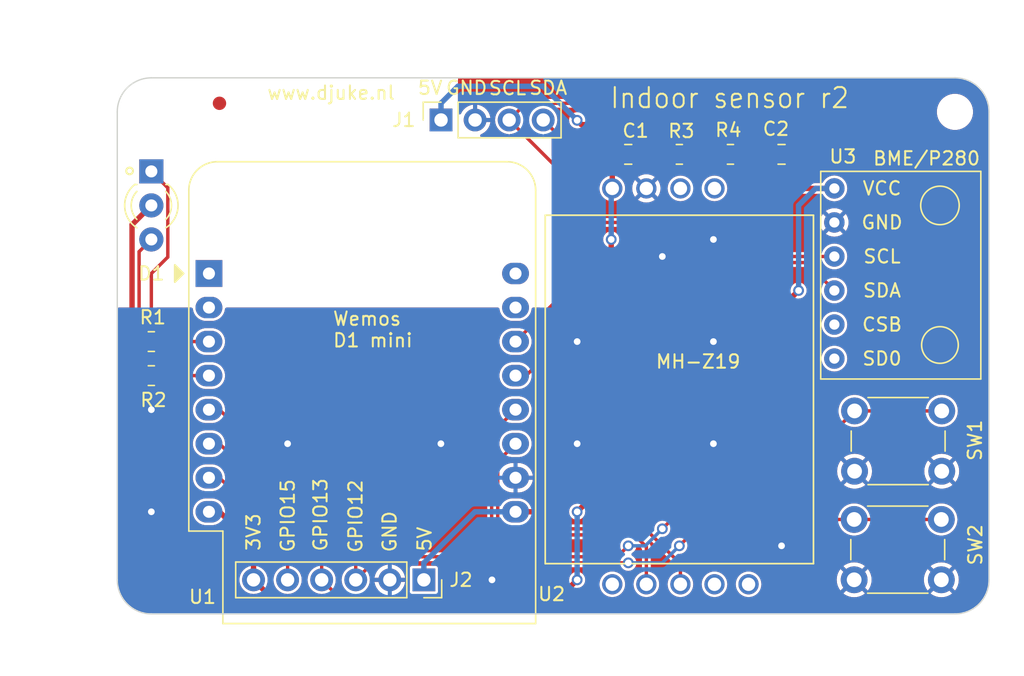
<source format=kicad_pcb>
(kicad_pcb (version 20240108) (generator "pcbnew") (generator_version "8.0")
  (layers (0 "F.Cu" signal) (31 "B.Cu" signal) (34 "B.Paste" user) (35 "F.Paste" user) (36 "B.SilkS" user "B.Silkscreen") (37 "F.SilkS" user "F.Silkscreen") (38 "B.Mask" user) (39 "F.Mask" user) (44 "Edge.Cuts" user))
  (net 0 "")
  (net 1 "+5V")
  (net 2 "GND")
  (net 3 "LED_OK")
  (net 4 "LED_ERR")
  (net 5 "RX")
  (net 6 "TX")
  (net 7 "SDA")
  (net 8 "SCL")
  (net 9 "+3V3")
  (net 10 "GPIO12")
  (net 11 "GPIO13")
  (net 12 "GPIO15")
  (net 19 "Net-(D1-A1)")
  (net 20 "Net-(D1-A2)")
  (footprint "Connector_PinSocket_2.54mm:PinSocket_1x06_P2.54mm_Vertical" (layer "F.Cu") (at 71.12 121.92 -90)
    (property "Reference" "J2" (at 0 -2.77 0) (layer "F.SilkS"))
    (property "Value" "Conn_01x06_Pin")
    (fp_line (start -1.33 14.03) (end 1.33 14.03) (stroke (width 0.12)) (layer "F.SilkS"))
    (fp_line (start -1.33 1.27) (end -1.33 14.03) (stroke (width 0.12)) (layer "F.SilkS"))
    (fp_line (start -1.33 1.27) (end 1.33 1.27) (stroke (width 0.12)) (layer "F.SilkS"))
    (fp_line (start 1.33 1.27) (end 1.33 14.03) (stroke (width 0.12)) (layer "F.SilkS"))
    (fp_line (start 0 -1.33) (end 1.33 -1.33) (stroke (width 0.12)) (layer "F.SilkS"))
    (fp_line (start 1.33 -1.33) (end 1.33 0) (stroke (width 0.12)) (layer "F.SilkS"))
    (pad "1" thru_hole rect (at 0 0 270) (size 1.7 1.7) (drill 1) (layers "*.Cu" "*.Mask") (net 1 "+5V"))
    (pad "2" thru_hole oval (at 0 2.54 270) (size 1.7 1.7) (drill 1) (layers "*.Cu" "*.Mask") (net 2 "GND"))
    (pad "3" thru_hole oval (at 0 5.08 270) (size 1.7 1.7) (drill 1) (layers "*.Cu" "*.Mask") (net 10 "GPIO12"))
    (pad "4" thru_hole oval (at 0 7.62 270) (size 1.7 1.7) (drill 1) (layers "*.Cu" "*.Mask") (net 11 "GPIO13"))
    (pad "5" thru_hole oval (at 0 10.16 270) (size 1.7 1.7) (drill 1) (layers "*.Cu" "*.Mask") (net 12 "GPIO15"))
    (pad "6" thru_hole oval (at 0 12.7 270) (size 1.7 1.7) (drill 1) (layers "*.Cu" "*.Mask") (net 9 "+3V3"))
  )
  (footprint "Resistor_SMD:R_0805_2012Metric" (layer "F.Cu") (at 50.8 106.68 180)
    (property "Reference" "R2" (at -0.15729 -1.821581 0) (layer "F.SilkS"))
    (property "Value" "220")
    (fp_line (start -0.227064 0.735) (end 0.227064 0.735) (stroke (width 0.12)) (layer "F.SilkS"))
    (fp_line (start -0.227064 -0.735) (end 0.227064 -0.735) (stroke (width 0.12)) (layer "F.SilkS"))
    (pad "1" smd roundrect (at -0.9125 0 180) (size 1.025 1.4) (layers "F.Cu" "F.Paste" "F.Mask") (roundrect_rratio 0.243902) (net 4 "LED_ERR"))
    (pad "2" smd roundrect (at 0.9125 0 180) (size 1.025 1.4) (layers "F.Cu" "F.Paste" "F.Mask") (roundrect_rratio 0.243902) (net 19 "Net-(D1-A1)"))
  )
  (footprint "Capacitor_SMD:C_0805_2012Metric" (layer "F.Cu") (at 86.36 90.17)
    (property "Reference" "C1" (at 0.545265 -1.760701 0) (layer "F.SilkS"))
    (property "Value" "100n")
    (fp_line (start -0.261252 -0.735) (end 0.261252 -0.735) (stroke (width 0.12)) (layer "F.SilkS"))
    (fp_line (start -0.261252 0.735) (end 0.261252 0.735) (stroke (width 0.12)) (layer "F.SilkS"))
    (pad "1" smd roundrect (at -0.95 0) (size 1 1.45) (layers "F.Cu" "F.Paste" "F.Mask") (net 1 "+5V"))
    (pad "2" smd roundrect (at 0.95 0) (size 1 1.45) (layers "F.Cu" "F.Paste" "F.Mask") (net 2 "GND"))
  )
  (footprint "Fiducial:Fiducial_1mm_Mask2mm" (layer "F.Cu") (at 105.41 86.36)
    (property "Reference" "FID2" (hide yes))
    (property "Value" "Fiducial")
    (pad "" smd circle (at 0 0) (size 1 1) (layers "F.Cu" "F.Mask") (clearance 0.5))
  )
  (footprint "LED_THT:LED_D3.0mm-3" (layer "F.Cu") (at 50.8 91.44 -90)
    (property "Reference" "D1" (at 7.62 0 0) (layer "F.SilkS"))
    (property "Value" "LED_Dual_AKA")
    (fp_line (start 0.98 1.08) (end 0.98 1.236) (stroke (width 0.12)) (layer "F.SilkS"))
    (fp_line (start 0.98 -1.236) (end 0.98 -1.08) (stroke (width 0.12)) (layer "F.SilkS"))
    (fp_arc (start 4.211397 1.080061) (mid 2.635624 1.987701) (end 0.98 1.235516) (stroke (width 0.12)) (layer "F.SilkS"))
    (fp_arc (start 3.58091 1.080049) (mid 2.539965 1.5) (end 1.499039 1.08) (stroke (width 0.12)) (layer "F.SilkS"))
    (fp_arc (start 1.499039 -1.08) (mid 2.539965 -1.5) (end 3.58091 -1.080049) (stroke (width 0.12)) (layer "F.SilkS"))
    (fp_arc (start 0.98 -1.235516) (mid 2.635624 -1.987701) (end 4.211397 -1.080061) (stroke (width 0.12)) (layer "F.SilkS"))
    (pad "1" thru_hole rect (at 0 0 270) (size 1.8 1.8) (drill 0.9) (layers "*.Cu" "*.Mask") (net 19 "Net-(D1-A1)"))
    (pad "2" thru_hole circle (at 2.54 0 270) (size 1.8 1.8) (drill 0.9) (layers "*.Cu" "*.Mask") (net 2 "GND"))
    (pad "3" thru_hole circle (at 5.08 0 270) (size 1.8 1.8) (drill 0.9) (layers "*.Cu" "*.Mask") (net 20 "Net-(D1-A2)"))
  )
  (footprint "RF_Module:WEMOS_D1_mini_light" (layer "F.Cu") (at 55.095 99.06)
    (property "Reference" "U1" (at -0.485 24.13 0) (layer "F.SilkS"))
    (property "Value" "WeMos_D1_mini")
    (fp_line (start -1.5 19.22) (end -1.5 -6.21) (stroke (width 0.12)) (layer "F.SilkS"))
    (fp_line (start -1.5 19.22) (end 1.04 19.22) (stroke (width 0.12)) (layer "F.SilkS"))
    (fp_line (start 1.04 19.22) (end 1.04 26.12) (stroke (width 0.12)) (layer "F.SilkS"))
    (fp_line (start 1.04 26.12) (end 24.36 26.12) (stroke (width 0.12)) (layer "F.SilkS"))
    (fp_line (start 22.24 -8.34) (end 0.63 -8.34) (stroke (width 0.12)) (layer "F.SilkS"))
    (fp_line (start 24.36 26.12) (end 24.36 -6.21) (stroke (width 0.12)) (layer "F.SilkS"))
    (fp_arc (start -1.5 -6.21) (mid -0.876137 -7.716137) (end 0.63 -8.34) (stroke (width 0.12)) (layer "F.SilkS"))
    (fp_arc (start 22.23 -8.34) (mid 23.736137 -7.716137) (end 24.36 -6.21) (stroke (width 0.12)) (layer "F.SilkS"))
    (fp_poly (pts (xy -2.54 -0.635) (xy -2.54 0.635) (xy -1.905 0)) (stroke (width 0.15)) (fill solid) (layer "F.SilkS"))
    (pad "1" thru_hole rect (at 0 0) (size 2 2) (drill 0.9) (layers "*.Cu" "*.Mask"))
    (pad "2" thru_hole oval (at 0 2.54) (size 2 1.6) (drill 0.9) (layers "*.Cu" "*.Mask"))
    (pad "3" thru_hole oval (at 0 5.08) (size 2 1.6) (drill 0.9) (layers "*.Cu" "*.Mask") (net 3 "LED_OK"))
    (pad "4" thru_hole oval (at 0 7.62) (size 2 1.6) (drill 0.9) (layers "*.Cu" "*.Mask") (net 4 "LED_ERR"))
    (pad "5" thru_hole oval (at 0 10.16) (size 2 1.6) (drill 0.9) (layers "*.Cu" "*.Mask") (net 10 "GPIO12"))
    (pad "6" thru_hole oval (at 0 12.7) (size 2 1.6) (drill 0.9) (layers "*.Cu" "*.Mask") (net 11 "GPIO13"))
    (pad "7" thru_hole oval (at 0 15.24) (size 2 1.6) (drill 0.9) (layers "*.Cu" "*.Mask") (net 12 "GPIO15"))
    (pad "8" thru_hole oval (at 0 17.78) (size 2 1.6) (drill 0.9) (layers "*.Cu" "*.Mask") (net 9 "+3V3"))
    (pad "9" thru_hole oval (at 22.86 17.78) (size 2 1.6) (drill 0.9) (layers "*.Cu" "*.Mask") (net 1 "+5V"))
    (pad "10" thru_hole oval (at 22.86 15.24) (size 2 1.6) (drill 0.9) (layers "*.Cu" "*.Mask") (net 2 "GND"))
    (pad "11" thru_hole oval (at 22.86 12.7) (size 2 1.6) (drill 0.9) (layers "*.Cu" "*.Mask") (net 5 "RX"))
    (pad "12" thru_hole oval (at 22.86 10.16) (size 2 1.6) (drill 0.9) (layers "*.Cu" "*.Mask") (net 6 "TX"))
    (pad "13" thru_hole oval (at 22.86 7.62) (size 2 1.6) (drill 0.9) (layers "*.Cu" "*.Mask") (net 7 "SDA"))
    (pad "14" thru_hole oval (at 22.86 5.08) (size 2 1.6) (drill 0.9) (layers "*.Cu" "*.Mask") (net 8 "SCL"))
    (pad "15" thru_hole oval (at 22.86 2.54) (size 2 1.6) (drill 0.9) (layers "*.Cu" "*.Mask"))
    (pad "16" thru_hole oval (at 22.86 0) (size 2 1.6) (drill 0.9) (layers "*.Cu" "*.Mask"))
    (zone (net 0) (net_name "") (layers "F&B.Cu" "Dwgs.User") (name "No Copper") (connect_pads (clearance 0)) (min_thickness 0.25)
      (keepout (tracks not_allowed) (vias not_allowed) (pads not_allowed) (copperpour not_allowed) (footprints not_allowed))
      (fill (thermal_gap 0.5) (thermal_bridge_width 0.5))
      (polygon (pts (xy 53.745 90.86) (xy 79.345 90.86) (xy 79.345 97.66) (xy 53.745 97.66)))
    )
  )
  (footprint "Capacitor_SMD:C_0805_2012Metric" (layer "F.Cu") (at 97.79 90.17)
    (property "Reference" "C2" (at -0.417414 -1.900479 0) (layer "F.SilkS"))
    (property "Value" "100n")
    (fp_line (start -0.261252 -0.735) (end 0.261252 -0.735) (stroke (width 0.12)) (layer "F.SilkS"))
    (fp_line (start -0.261252 0.735) (end 0.261252 0.735) (stroke (width 0.12)) (layer "F.SilkS"))
    (pad "1" smd roundrect (at -0.95 0) (size 1 1.45) (layers "F.Cu" "F.Paste" "F.Mask") (net 9 "+3V3"))
    (pad "2" smd roundrect (at 0.95 0) (size 1 1.45) (layers "F.Cu" "F.Paste" "F.Mask") (net 2 "GND"))
  )
  (footprint "Connector_PinSocket_2.54mm:PinSocket_1x04_P2.54mm_Vertical" (layer "F.Cu") (at 72.4 87.605 90)
    (property "Reference" "J1" (at 0 -2.77 180) (layer "F.SilkS"))
    (property "Value" "Conn_01x04_Pin")
    (fp_line (start 1.33 -1.33) (end 1.33 0) (stroke (width 0.12)) (layer "F.SilkS"))
    (fp_line (start 0 -1.33) (end 1.33 -1.33) (stroke (width 0.12)) (layer "F.SilkS"))
    (fp_line (start 1.33 1.27) (end 1.33 8.95) (stroke (width 0.12)) (layer "F.SilkS"))
    (fp_line (start -1.33 1.27) (end 1.33 1.27) (stroke (width 0.12)) (layer "F.SilkS"))
    (fp_line (start -1.33 1.27) (end -1.33 8.95) (stroke (width 0.12)) (layer "F.SilkS"))
    (fp_line (start -1.33 8.95) (end 1.33 8.95) (stroke (width 0.12)) (layer "F.SilkS"))
    (pad "1" thru_hole rect (at 0 0 90) (size 1.7 1.7) (drill 1) (layers "*.Cu" "*.Mask") (net 1 "+5V"))
    (pad "2" thru_hole oval (at 0 2.54 90) (size 1.7 1.7) (drill 1) (layers "*.Cu" "*.Mask") (net 2 "GND"))
    (pad "3" thru_hole oval (at 0 5.08 90) (size 1.7 1.7) (drill 1) (layers "*.Cu" "*.Mask") (net 8 "SCL"))
    (pad "4" thru_hole oval (at 0 7.62 90) (size 1.7 1.7) (drill 1) (layers "*.Cu" "*.Mask") (net 7 "SDA"))
  )
  (footprint "MountingHole:MountingHole_2.2mm_M2" (layer "F.Cu") (at 110.72 87)
    (property "Reference" "H1" (hide yes))
    (property "Value" "MountingHole")
    (pad "" np_thru_hole circle (at 0 0) (size 2.2 2.2) (drill 2.2) (layers "*.Cu" "*.Mask"))
  )
  (footprint "Button_Switch_THT:SW_PUSH_6mm_H5mm" (layer "F.Cu") (at 103.204192 117.414408)
    (property "Reference" "SW2" (at 9.038285 1.89058 90) (layer "F.SilkS"))
    (property "Value" "SW_Push")
    (fp_line (start -0.25 1.5) (end -0.25 3) (stroke (width 0.12)) (layer "F.SilkS"))
    (fp_line (start 1 5.5) (end 5.5 5.5) (stroke (width 0.12)) (layer "F.SilkS"))
    (fp_line (start 5.5 -1) (end 1 -1) (stroke (width 0.12)) (layer "F.SilkS"))
    (fp_line (start 6.75 3) (end 6.75 1.5) (stroke (width 0.12)) (layer "F.SilkS"))
    (pad "1" thru_hole circle (at 0 0 90) (size 2 2) (drill 1.1) (layers "*.Cu" "*.Mask") (net 11 "GPIO13"))
    (pad "1" thru_hole circle (at 6.5 0 90) (size 2 2) (drill 1.1) (layers "*.Cu" "*.Mask") (net 11 "GPIO13"))
    (pad "2" thru_hole circle (at 0 4.5 90) (size 2 2) (drill 1.1) (layers "*.Cu" "*.Mask") (net 2 "GND"))
    (pad "2" thru_hole circle (at 6.5 4.5 90) (size 2 2) (drill 1.1) (layers "*.Cu" "*.Mask") (net 2 "GND"))
  )
  (footprint "Resistor_SMD:R_0805_2012Metric" (layer "F.Cu") (at 90.17 90.17 180)
    (property "Reference" "R3" (at -0.148697 1.741003 0) (layer "F.SilkS"))
    (property "Value" "4k7")
    (fp_line (start -0.227064 0.735) (end 0.227064 0.735) (stroke (width 0.12)) (layer "F.SilkS"))
    (fp_line (start -0.227064 -0.735) (end 0.227064 -0.735) (stroke (width 0.12)) (layer "F.SilkS"))
    (pad "1" smd roundrect (at -0.9125 0 180) (size 1.025 1.4) (layers "F.Cu" "F.Paste" "F.Mask") (roundrect_rratio 0.243902) (net 7 "SDA"))
    (pad "2" smd roundrect (at 0.9125 0 180) (size 1.025 1.4) (layers "F.Cu" "F.Paste" "F.Mask") (roundrect_rratio 0.243902) (net 1 "+5V"))
  )
  (footprint "Fiducial:Fiducial_1mm_Mask2mm" (layer "F.Cu") (at 55.88 86.36)
    (property "Reference" "FID3" (hide yes))
    (property "Value" "Fiducial")
    (pad "" smd circle (at 0 0) (size 1 1) (layers "F.Cu" "F.Mask") (clearance 0.5))
  )
  (footprint "Resistor_SMD:R_0805_2012Metric" (layer "F.Cu") (at 93.98 90.17 180)
    (property "Reference" "R4" (at 0.15856 1.817703 180) (layer "F.SilkS"))
    (property "Value" "4k7")
    (fp_line (start -0.227064 0.735) (end 0.227064 0.735) (stroke (width 0.12)) (layer "F.SilkS"))
    (fp_line (start -0.227064 -0.735) (end 0.227064 -0.735) (stroke (width 0.12)) (layer "F.SilkS"))
    (pad "1" smd roundrect (at -0.9125 0 180) (size 1.025 1.4) (layers "F.Cu" "F.Paste" "F.Mask") (roundrect_rratio 0.243902) (net 8 "SCL"))
    (pad "2" smd roundrect (at 0.9125 0 180) (size 1.025 1.4) (layers "F.Cu" "F.Paste" "F.Mask") (roundrect_rratio 0.243902) (net 1 "+5V"))
  )
  (footprint "Resistor_SMD:R_0805_2012Metric" (layer "F.Cu") (at 50.8 104.14 180)
    (property "Reference" "R1" (at -0.105014 1.806986 0) (layer "F.SilkS"))
    (property "Value" "220")
    (fp_line (start -0.227064 0.735) (end 0.227064 0.735) (stroke (width 0.12)) (layer "F.SilkS"))
    (fp_line (start -0.227064 -0.735) (end 0.227064 -0.735) (stroke (width 0.12)) (layer "F.SilkS"))
    (pad "1" smd roundrect (at -0.9125 0 180) (size 1.025 1.4) (layers "F.Cu" "F.Paste" "F.Mask") (roundrect_rratio 0.243902) (net 3 "LED_OK"))
    (pad "2" smd roundrect (at 0.9125 0 180) (size 1.025 1.4) (layers "F.Cu" "F.Paste" "F.Mask") (roundrect_rratio 0.243902) (net 20 "Net-(D1-A2)"))
  )
  (footprint "MountingHole:MountingHole_2.2mm_M2" (layer "F.Cu") (at 50.8 87)
    (property "Reference" "H2" (hide yes))
    (property "Value" "MountingHole")
    (pad "" np_thru_hole circle (at 0 0) (size 2.2 2.2) (drill 2.2) (layers "*.Cu" "*.Mask"))
  )
  (footprint "Fiducial:Fiducial_1mm_Mask2mm" (layer "F.Cu") (at 50.8 121.92)
    (property "Reference" "FID1" (hide yes))
    (property "Value" "Fiducial")
    (pad "" smd circle (at 0 0) (size 1 1) (layers "F.Cu" "F.Mask") (clearance 0.5))
  )
  (footprint "Libraries:MH-Z19B-FOOT" (layer "F.Cu") (at 85.17 92.71 -90)
    (property "Reference" "U2" (at 30.273437 4.526925 0) (layer "F.SilkS"))
    (property "Value" "MH-Z19B")
    (fp_line (start 2 5) (end 2 -15) (stroke (width 0.127)) (layer "F.SilkS"))
    (fp_line (start 28 5) (end 2 5) (stroke (width 0.127)) (layer "F.SilkS"))
    (fp_line (start 2 -15) (end 28 -15) (stroke (width 0.127)) (layer "F.SilkS"))
    (fp_line (start 28 -15) (end 28 5) (stroke (width 0.127)) (layer "F.SilkS"))
    (pad "GND" thru_hole circle (at 0 -2.54 270) (size 1.508 1.508) (drill 1) (layers "*.Cu" "*.Mask") (net 2 "GND"))
    (pad "RX" thru_hole circle (at 29.54 -2.54 270) (size 1.508 1.508) (drill 1) (layers "*.Cu" "*.Mask") (net 6 "TX"))
    (pad "TX" thru_hole circle (at 29.54 -5.08 270) (size 1.508 1.508) (drill 1) (layers "*.Cu" "*.Mask") (net 5 "RX"))
    (pad "VIN" thru_hole circle (at 0 0 270) (size 1.508 1.508) (drill 1) (layers "*.Cu" "*.Mask") (net 1 "+5V"))
    (pad "X@1" thru_hole circle (at 0 -5.08 270) (size 1.508 1.508) (drill 1) (layers "*.Cu" "*.Mask"))
    (pad "X@2" thru_hole circle (at 0 -7.62 270) (size 1.508 1.508) (drill 1) (layers "*.Cu" "*.Mask"))
    (pad "X@3" thru_hole circle (at 29.54 0 270) (size 1.508 1.508) (drill 1) (layers "*.Cu" "*.Mask"))
    (pad "X@4" thru_hole circle (at 29.54 -7.62 270) (size 1.508 1.508) (drill 1) (layers "*.Cu" "*.Mask"))
    (pad "XQ5" thru_hole circle (at 29.54 -10.16 270) (size 1.508 1.508) (drill 1) (layers "*.Cu" "*.Mask"))
  )
  (footprint "Button_Switch_THT:SW_PUSH_6mm_H5mm" (layer "F.Cu") (at 103.234303 109.314556)
    (property "Reference" "SW1" (at 8.978063 2.19169 90) (layer "F.SilkS"))
    (property "Value" "SW_Push")
    (fp_line (start -0.25 1.5) (end -0.25 3) (stroke (width 0.12)) (layer "F.SilkS"))
    (fp_line (start 1 5.5) (end 5.5 5.5) (stroke (width 0.12)) (layer "F.SilkS"))
    (fp_line (start 5.5 -1) (end 1 -1) (stroke (width 0.12)) (layer "F.SilkS"))
    (fp_line (start 6.75 3) (end 6.75 1.5) (stroke (width 0.12)) (layer "F.SilkS"))
    (pad "1" thru_hole circle (at 0 0 90) (size 2 2) (drill 1.1) (layers "*.Cu" "*.Mask") (net 10 "GPIO12"))
    (pad "1" thru_hole circle (at 6.5 0 90) (size 2 2) (drill 1.1) (layers "*.Cu" "*.Mask") (net 10 "GPIO12"))
    (pad "2" thru_hole circle (at 0 4.5 90) (size 2 2) (drill 1.1) (layers "*.Cu" "*.Mask") (net 2 "GND"))
    (pad "2" thru_hole circle (at 6.5 4.5 90) (size 2 2) (drill 1.1) (layers "*.Cu" "*.Mask") (net 2 "GND"))
  )
  (footprint "Libraries:module_bme280" (layer "F.Cu") (at 106.807 105.156)
    (property "Reference" "U3" (at -4.445 -14.823956 0) (layer "F.SilkS"))
    (property "Value" "module_bme280")
    (fp_line (start -6.096 -13.716) (end -6.096 1.778) (stroke (width 0.12)) (layer "F.SilkS"))
    (fp_line (start -6.096 1.778) (end 5.842 1.778) (stroke (width 0.12)) (layer "F.SilkS"))
    (fp_line (start 5.842 -13.716) (end -6.096 -13.716) (stroke (width 0.12)) (layer "F.SilkS"))
    (fp_line (start 5.842 1.778) (end 5.842 -13.716) (stroke (width 0.12)) (layer "F.SilkS"))
    (fp_circle (center 2.794 -11.176) (end 3.81 -10.16) (stroke (width 0.12)) (fill none) (layer "F.SilkS"))
    (fp_circle (center 2.794 -0.762) (end 3.302 0.508) (stroke (width 0.12)) (fill none) (layer "F.SilkS"))
    (fp_text user "SDA" (at -1.524 -4.826 0) (layer "F.SilkS"))
    (fp_text user "SCL" (at -1.524 -7.366 0) (layer "F.SilkS"))
    (fp_text user "SD0" (at -1.524 0.254 0) (layer "F.SilkS"))
    (fp_text user "BME/P280" (at 1.795862 -14.680724 0) (layer "F.SilkS"))
    (fp_text user "GND" (at -1.524 -9.906 0) (layer "F.SilkS"))
    (fp_text user "CSB" (at -1.524 -2.286 0) (layer "F.SilkS"))
    (fp_text user "VCC" (at -1.524 -12.446 0) (layer "F.SilkS"))
    (pad "1" thru_hole circle (at -5.08 -12.446) (size 1.524 1.524) (drill 0.762) (layers "*.Cu" "*.Mask") (net 9 "+3V3"))
    (pad "2" thru_hole circle (at -5.08 -9.906) (size 1.524 1.524) (drill 0.762) (layers "*.Cu" "*.Mask") (net 2 "GND"))
    (pad "3" thru_hole circle (at -5.08 -7.366) (size 1.524 1.524) (drill 0.762) (layers "*.Cu" "*.Mask") (net 8 "SCL"))
    (pad "4" thru_hole circle (at -5.08 -4.826) (size 1.524 1.524) (drill 0.762) (layers "*.Cu" "*.Mask") (net 7 "SDA"))
    (pad "5" thru_hole circle (at -5.08 -2.286) (size 1.524 1.524) (drill 0.762) (layers "*.Cu" "*.Mask"))
    (pad "6" thru_hole circle (at -5.08 0.254) (size 1.524 1.524) (drill 0.762) (layers "*.Cu" "*.Mask"))
  )
  (gr_circle (center 49.178497 91.407548) (end 49.428497 91.407548) (stroke (width 0.15)) (fill none) (layer "F.SilkS"))
  (gr_arc (start 110.72 84.46) (mid 112.516051 85.203949) (end 113.26 87) (stroke (width 0.1)) (layer "Edge.Cuts"))
  (gr_arc (start 50.8 124.46) (mid 49.003949 123.716051) (end 48.26 121.92) (stroke (width 0.1)) (layer "Edge.Cuts"))
  (gr_arc (start 48.26 87) (mid 49.003949 85.203949) (end 50.8 84.46) (stroke (width 0.1)) (layer "Edge.Cuts"))
  (gr_line (start 48.26 121.92) (end 48.26 87) (stroke (width 0.1)) (layer "Edge.Cuts"))
  (gr_line (start 110.72 84.46) (end 50.8 84.46) (stroke (width 0.1)) (layer "Edge.Cuts"))
  (gr_line (start 113.26 87) (end 113.26 121.92) (stroke (width 0.1)) (layer "Edge.Cuts"))
  (gr_line (start 110.72 124.46) (end 50.8 124.46) (stroke (width 0.1)) (layer "Edge.Cuts"))
  (gr_arc (start 113.26 121.92) (mid 112.516051 123.716051) (end 110.72 124.46) (stroke (width 0.1)) (layer "Edge.Cuts"))
  (gr_text "GPIO15" (at 61.558448 119.944959 90) (layer "F.SilkS") (effects (font (size 1 1)) (justify left bottom)))
  (gr_text "GPIO13" (at 63.99811 119.876558 90) (layer "F.SilkS") (effects (font (size 1 1)) (justify left bottom)))
  (gr_text "Indoor sensor r2" (at 84.925373 86.839171 0) (layer "F.SilkS") (effects (font (size 1.5 1.4)) (justify left bottom)))
  (gr_text "MH-Z19" (at 88.331109 106.217142 0) (layer "F.SilkS") (effects (font (size 1 1)) (justify left bottom)))
  (gr_text "5V" (at 70.588984 85.796353 0) (layer "F.SilkS") (effects (font (size 1 1)) (justify left bottom)))
  (gr_text "SCL" (at 75.878718 85.819153 0) (layer "F.SilkS") (effects (font (size 1 1)) (justify left bottom)))
  (gr_text "GND" (at 72.686637 85.796353 0) (layer "F.SilkS") (effects (font (size 1 1)) (justify left bottom)))
  (gr_text "GPIO12" (at 66.610794 119.985742 90) (layer "F.SilkS") (effects (font (size 1 1)) (justify left bottom)))
  (gr_text "www.djuke.nl" (at 59.364549 86.159753 0) (layer "F.SilkS") (effects (font (size 1 1)) (justify left bottom)))
  (gr_text "5V" (at 71.759915 119.87711 90) (layer "F.SilkS") (effects (font (size 1 1)) (justify left bottom)))
  (gr_text "Wemos\nD1 mini" (at 64.263864 104.633972 0) (layer "F.SilkS") (effects (font (size 1 1)) (justify left bottom)))
  (gr_text "GND" (at 69.152765 119.942289 90) (layer "F.SilkS") (effects (font (size 1 1)) (justify left bottom)))
  (gr_text "3V3" (at 59.004784 119.830956 90) (layer "F.SilkS") (effects (font (size 1 1)) (justify left bottom)))
  (gr_text "SDA" (at 78.888394 85.796353 0) (layer "F.SilkS") (effects (font (size 1 1)) (justify left bottom)))
  (segment (start 85.09 111.76) (end 85.09 96.52) (width 0.4) (layer "F.Cu") (net 1))
  (segment (start 85.17 91.36) (end 85.17 92.71) (width 0.4) (layer "F.Cu") (net 1))
  (segment (start 82.87 87.95) (end 82.55 87.63) (width 0.4) (layer "F.Cu") (net 1))
  (segment (start 85.41 87.95) (end 82.87 87.95) (width 0.4) (layer "F.Cu") (net 1))
  (segment (start 85.41 87.95) (end 85.41 90.17) (width 0.4) (layer "F.Cu") (net 1))
  (segment (start 88.9 87.95) (end 89.2575 88.3075) (width 0.4) (layer "F.Cu") (net 1))
  (segment (start 93.0675 89.2575) (end 93.0675 90.17) (width 0.4) (layer "F.Cu") (net 1))
  (segment (start 85.41 90.17) (end 85.41 91.12) (width 0.4) (layer "F.Cu") (net 1))
  (segment (start 88.9 87.95) (end 91.76 87.95) (width 0.4) (layer "F.Cu") (net 1))
  (segment (start 91.76 87.95) (end 93.0675 89.2575) (width 0.4) (layer "F.Cu") (net 1))
  (segment (start 85.41 91.12) (end 85.17 91.36) (width 0.4) (layer "F.Cu") (net 1))
  (segment (start 77.955 116.84) (end 80.01 116.84) (width 0.4) (layer "F.Cu") (net 1))
  (segment (start 80.01 116.84) (end 85.09 111.76) (width 0.4) (layer "F.Cu") (net 1))
  (segment (start 85.41 87.95) (end 88.9 87.95) (width 0.4) (layer "F.Cu") (net 1))
  (segment (start 85.41 92.47) (end 85.17 92.71) (width 0.4) (layer "F.Cu") (net 1))
  (segment (start 89.2575 88.3075) (end 89.2575 90.17) (width 0.4) (layer "F.Cu") (net 1))
  (via (at 85.09 96.52) (size 0.8) (drill 0.5) (layers "F.Cu" "B.Cu") (net 1))
  (via (at 82.55 87.63) (size 0.8) (drill 0.5) (layers "F.Cu" "B.Cu") (net 1))
  (segment (start 74.93 116.84) (end 71.12 120.65) (width 0.4) (layer "B.Cu") (net 1))
  (segment (start 80.01 85.09) (end 73.66 85.09) (width 0.4) (layer "B.Cu") (net 1))
  (segment (start 73.66 85.09) (end 72.4 86.35) (width 0.4) (layer "B.Cu") (net 1))
  (segment (start 82.55 87.63) (end 80.01 85.09) (width 0.4) (layer "B.Cu") (net 1))
  (segment (start 77.955 116.84) (end 74.93 116.84) (width 0.4) (layer "B.Cu") (net 1))
  (segment (start 71.12 120.65) (end 71.12 121.92) (width 0.4) (layer "B.Cu") (net 1))
  (segment (start 85.09 96.52) (end 85.09 92.79) (width 0.4) (layer "B.Cu") (net 1))
  (segment (start 72.4 86.35) (end 72.4 87.605) (width 0.4) (layer "B.Cu") (net 1))
  (segment (start 85.09 92.79) (end 85.17 92.71) (width 0.4) (layer "B.Cu") (net 1))
  (segment (start 50.8 93.98) (end 49.3605 95.4195) (width 0.4) (layer "F.Cu") (net 2))
  (segment (start 49.3605 95.4195) (end 49.3605 102.87) (width 0.4) (layer "F.Cu") (net 2))
  (via (at 88.9 97.79) (size 0.8) (drill 0.5) (layers "F.Cu" "B.Cu") (net 2))
  (via (at 76.2 121.92) (size 0.8) (drill 0.5) (layers "F.Cu" "B.Cu") (net 2))
  (via (at 92.71 111.76) (size 0.8) (drill 0.5) (layers "F.Cu" "B.Cu") (net 2))
  (via (at 72.39 111.76) (size 0.8) (drill 0.5) (layers "F.Cu" "B.Cu") (net 2))
  (via (at 60.96 111.76) (size 0.8) (drill 0.5) (layers "F.Cu" "B.Cu") (net 2))
  (via (at 92.71 104.14) (size 0.8) (drill 0.5) (layers "F.Cu" "B.Cu") (net 2))
  (via (at 82.55 104.14) (size 0.8) (drill 0.5) (layers "F.Cu" "B.Cu") (net 2))
  (via (at 50.8 116.84) (size 0.8) (drill 0.5) (layers "F.Cu" "B.Cu") (net 2))
  (via (at 82.55 111.76) (size 0.8) (drill 0.5) (layers "F.Cu" "B.Cu") (net 2))
  (via (at 50.8 109.22) (size 0.8) (drill 0.5) (layers "F.Cu" "B.Cu") (net 2))
  (via (at 92.71 96.52) (size 0.8) (drill 0.5) (layers "F.Cu" "B.Cu") (net 2))
  (via (at 97.79 119.38) (size 0.8) (drill 0.5) (layers "F.Cu" "B.Cu") (net 2))
  (segment (start 51.7125 104.14) (end 55.095 104.14) (width 0.254) (layer "F.Cu") (net 3))
  (segment (start 51.7125 106.68) (end 55.095 106.68) (width 0.254) (layer "F.Cu") (net 4))
  (segment (start 90.25 120.73) (end 90.25 122.25) (width 0.254) (layer "F.Cu") (net 5))
  (segment (start 76.628 113.087) (end 77.955 111.76) (width 0.254) (layer "F.Cu") (net 5))
  (segment (start 77.431181 118.11) (end 87.63 118.11) (width 0.254) (layer "F.Cu") (net 5))
  (segment (start 76.628 113.087) (end 76.628 117.306819) (width 0.254) (layer "F.Cu") (net 5))
  (segment (start 76.628 117.306819) (end 77.431181 118.11) (width 0.254) (layer "F.Cu") (net 5))
  (segment (start 87.63 118.11) (end 90.25 120.73) (width 0.254) (layer "F.Cu") (net 5))
  (segment (start 76.174 117.494872) (end 76.174 111.001) (width 0.254) (layer "F.Cu") (net 6))
  (segment (start 77.243128 118.564) (end 76.174 117.494872) (width 0.254) (layer "F.Cu") (net 6))
  (segment (start 87.71 119.46) (end 86.814 118.564) (width 0.254) (layer "F.Cu") (net 6))
  (segment (start 87.71 122.25) (end 87.71 119.46) (width 0.254) (layer "F.Cu") (net 6))
  (segment (start 76.174 111.001) (end 77.955 109.22) (width 0.254) (layer "F.Cu") (net 6))
  (segment (start 86.814 118.564) (end 77.243128 118.564) (width 0.254) (layer "F.Cu") (net 6))
  (segment (start 82.55 95.25) (end 82.55 90.17) (width 0.254) (layer "F.Cu") (net 7))
  (segment (start 81.28 88.865) (end 80.02 87.605) (width 0.254) (layer "F.Cu") (net 7))
  (segment (start 94.607948 95.25) (end 94.607948 95.250001) (width 0.254) (layer "F.Cu") (net 7))
  (segment (start 97.601947 98.244) (end 99.641 98.244) (width 0.254) (layer "F.Cu") (net 7))
  (segment (start 94.607948 95.250001) (end 97.601947 98.244) (width 0.254) (layer "F.Cu") (net 7))
  (segment (start 99.641 98.244) (end 101.727 100.33) (width 0.254) (layer "F.Cu") (net 7))
  (segment (start 82.55 95.25) (end 82.55 102.87) (width 0.254) (layer "F.Cu") (net 7))
  (segment (start 82.55 102.87) (end 78.74 106.68) (width 0.254) (layer "F.Cu") (net 7))
  (segment (start 91.44 95.25) (end 94.607948 95.25) (width 0.254) (layer "F.Cu") (net 7))
  (segment (start 91.44 95.25) (end 82.55 95.25) (width 0.254) (layer "F.Cu") (net 7))
  (segment (start 82.55 90.17) (end 81.28 88.9) (width 0.254) (layer "F.Cu") (net 7))
  (segment (start 81.28 88.9) (end 81.28 88.865) (width 0.254) (layer "F.Cu") (net 7))
  (segment (start 91.0825 90.17) (end 91.44 90.5275) (width 0.254) (layer "F.Cu") (net 7))
  (segment (start 91.44 90.5275) (end 91.44 95.25) (width 0.254) (layer "F.Cu") (net 7))
  (segment (start 78.74 106.68) (end 77.955 106.68) (width 0.254) (layer "F.Cu") (net 7))
  (segment (start 78.725 86.36) (end 77.48 87.605) (width 0.254) (layer "F.Cu") (net 8))
  (segment (start 94.8925 90.17) (end 92.1455 87.423) (width 0.254) (layer "F.Cu") (net 8))
  (segment (start 77.955 104.14) (end 81.28 100.815) (width 0.254) (layer "F.Cu") (net 8))
  (segment (start 94.8925 94.8925) (end 94.8925 90.17) (width 0.254) (layer "F.Cu") (net 8))
  (segment (start 81.28 100.815) (end 81.28 91.405) (width 0.254) (layer "F.Cu") (net 8))
  (segment (start 92.1455 87.423) (end 83.613 87.423) (width 0.254) (layer "F.Cu") (net 8))
  (segment (start 101.727 97.79) (end 97.79 97.79) (width 0.254) (layer "F.Cu") (net 8))
  (segment (start 83.613 87.423) (end 82.55 86.36) (width 0.254) (layer "F.Cu") (net 8))
  (segment (start 81.28 91.405) (end 77.48 87.605) (width 0.254) (layer "F.Cu") (net 8))
  (segment (start 97.79 97.79) (end 94.8925 94.8925) (width 0.254) (layer "F.Cu") (net 8))
  (segment (start 82.55 86.36) (end 78.725 86.36) (width 0.254) (layer "F.Cu") (net 8))
  (segment (start 82.55 116.84) (end 99.06 100.33) (width 0.4) (layer "F.Cu") (net 9))
  (segment (start 55.88 116.84) (end 58.42 119.38) (width 0.4) (layer "F.Cu") (net 9))
  (segment (start 55.095 116.84) (end 55.88 116.84) (width 0.4) (layer "F.Cu") (net 9))
  (segment (start 58.42 119.38) (end 58.42 121.92) (width 0.4) (layer "F.Cu") (net 9))
  (segment (start 80.753 123.717) (end 82.55 121.92) (width 0.4) (layer "F.Cu") (net 9))
  (segment (start 60.217 123.717) (end 80.753 123.717) (width 0.4) (layer "F.Cu") (net 9))
  (segment (start 96.84 90.17) (end 96.84 91.76) (width 0.4) (layer "F.Cu") (net 9))
  (segment (start 58.42 121.92) (end 60.217 123.717) (width 0.4) (layer "F.Cu") (net 9))
  (segment (start 97.79 92.71) (end 101.727 92.71) (width 0.4) (layer "F.Cu") (net 9))
  (segment (start 96.84 91.76) (end 97.79 92.71) (width 0.4) (layer "F.Cu") (net 9))
  (via (at 99.06 100.33) (size 0.8) (drill 0.5) (layers "F.Cu" "B.Cu") (net 9))
  (via (at 82.55 121.92) (size 0.8) (drill 0.5) (layers "F.Cu" "B.Cu") (net 9))
  (via (at 82.55 116.84) (size 0.8) (drill 0.5) (layers "F.Cu" "B.Cu") (net 9))
  (segment (start 99.06 93.98) (end 100.33 92.71) (width 0.4) (layer "B.Cu") (net 9))
  (segment (start 99.06 93.98) (end 99.06 100.33) (width 0.4) (layer "B.Cu") (net 9))
  (segment (start 100.33 92.71) (end 101.727 92.71) (width 0.4) (layer "B.Cu") (net 9))
  (segment (start 82.55 121.92) (end 82.55 116.84) (width 0.4) (layer "B.Cu") (net 9))
  (segment (start 55.88 109.22) (end 66.04 119.38) (width 0.254) (layer "F.Cu") (net 10))
  (segment (start 55.095 109.22) (end 55.88 109.22) (width 0.254) (layer "F.Cu") (net 10))
  (segment (start 67.764 120.196) (end 66.04 121.92) (width 0.254) (layer "F.Cu") (net 10))
  (segment (start 85.544 120.196) (end 67.764 120.196) (width 0.254) (layer "F.Cu") (net 10))
  (segment (start 103.234303 109.314556) (end 109.734303 109.314556) (width 0.254) (layer "F.Cu") (net 10))
  (segment (start 66.04 119.38) (end 66.04 121.92) (width 0.254) (layer "F.Cu") (net 10))
  (segment (start 96.978859 115.57) (end 103.234303 109.314556) (width 0.254) (layer "F.Cu") (net 10))
  (segment (start 86.36 119.38) (end 85.544 120.196) (width 0.254) (layer "F.Cu") (net 10))
  (segment (start 91.44 115.57) (end 96.978859 115.57) (width 0.254) (layer "F.Cu") (net 10))
  (segment (start 88.9 118.11) (end 91.44 115.57) (width 0.254) (layer "F.Cu") (net 10))
  (via (at 86.36 119.38) (size 0.8) (drill 0.5) (layers "F.Cu" "B.Cu") (net 10))
  (via (at 88.9 118.11) (size 0.8) (drill 0.5) (layers "F.Cu" "B.Cu") (net 10))
  (segment (start 87.63 119.38) (end 86.36 119.38) (width 0.254) (layer "B.Cu") (net 10))
  (segment (start 88.9 118.11) (end 87.63 119.38) (width 0.254) (layer "B.Cu") (net 10))
  (segment (start 109.704192 117.414408) (end 103.204192 117.414408) (width 0.254) (layer "F.Cu") (net 11))
  (segment (start 55.095 111.76) (end 55.88 111.76) (width 0.254) (layer "F.Cu") (net 11))
  (segment (start 64.77 123.19) (end 72.39 123.19) (width 0.254) (layer "F.Cu") (net 11))
  (segment (start 74.93 120.65) (end 86.36 120.65) (width 0.254) (layer "F.Cu") (net 11))
  (segment (start 103.204192 117.414408) (end 92.135592 117.414408) (width 0.254) (layer "F.Cu") (net 11))
  (segment (start 55.88 111.76) (end 63.5 119.38) (width 0.254) (layer "F.Cu") (net 11))
  (segment (start 63.5 121.92) (end 64.77 123.19) (width 0.254) (layer "F.Cu") (net 11))
  (segment (start 92.135592 117.414408) (end 90.17 119.38) (width 0.254) (layer "F.Cu") (net 11))
  (segment (start 63.5 119.38) (end 63.5 121.92) (width 0.254) (layer "F.Cu") (net 11))
  (segment (start 72.39 123.19) (end 74.93 120.65) (width 0.254) (layer "F.Cu") (net 11))
  (via (at 86.36 120.65) (size 0.8) (drill 0.5) (layers "F.Cu" "B.Cu") (net 11))
  (via (at 90.17 119.38) (size 0.8) (drill 0.5) (layers "F.Cu" "B.Cu") (net 11))
  (segment (start 90.17 119.38) (end 88.9 120.65) (width 0.254) (layer "B.Cu") (net 11))
  (segment (start 88.9 120.65) (end 86.36 120.65) (width 0.254) (layer "B.Cu") (net 11))
  (segment (start 55.095 114.3) (end 55.88 114.3) (width 0.254) (layer "F.Cu") (net 12))
  (segment (start 55.88 114.3) (end 60.96 119.38) (width 0.254) (layer "F.Cu") (net 12))
  (segment (start 60.96 119.38) (end 60.96 121.92) (width 0.254) (layer "F.Cu") (net 12))
  (segment (start 52.027 97.833) (end 52.027 92.667) (width 0.254) (layer "F.Cu") (net 19))
  (segment (start 50.8 99.06) (end 52.027 97.833) (width 0.254) (layer "F.Cu") (net 19))
  (segment (start 52.027 92.667) (end 50.8 91.44) (width 0.254) (layer "F.Cu") (net 19))
  (segment (start 49.8875 106.68) (end 50.8 105.7675) (width 0.254) (layer "F.Cu") (net 19))
  (segment (start 50.8 105.7675) (end 50.8 99.06) (width 0.254) (layer "F.Cu") (net 19))
  (segment (start 49.8875 104.14) (end 49.8875 97.4325) (width 0.254) (layer "F.Cu") (net 20))
  (segment (start 49.8875 97.4325) (end 50.8 96.52) (width 0.254) (layer "F.Cu") (net 20))
  (zone (net 2) (net_name "GND") (layer "F.Cu") (priority 1) (connect_pads (clearance 0.2)) (min_thickness 0.25) (fill yes (thermal_gap 0.3) (thermal_bridge_width 0.3))
    (polygon (pts (xy 48.26 124.46) (xy 113.5 124.46) (xy 113.5 83.82) (xy 73.66 83.82) (xy 73.66 88.9) (xy 80.645 88.9) (xy 80.645 101.6) (xy 48.26 101.6)))
  )
  (zone (net 2) (net_name "GND") (layer "B.Cu") (connect_pads (clearance 0.2)) (min_thickness 0.25) (fill yes (thermal_gap 0.3) (thermal_bridge_width 0.3))
    (polygon (pts (xy 48.26 124.46) (xy 113.5 124.46) (xy 113.5 83.82) (xy 73.66 83.82) (xy 73.66 88.9) (xy 80.645 88.9) (xy 80.645 101.6) (xy 48.26 101.6)))
  )
)
</source>
